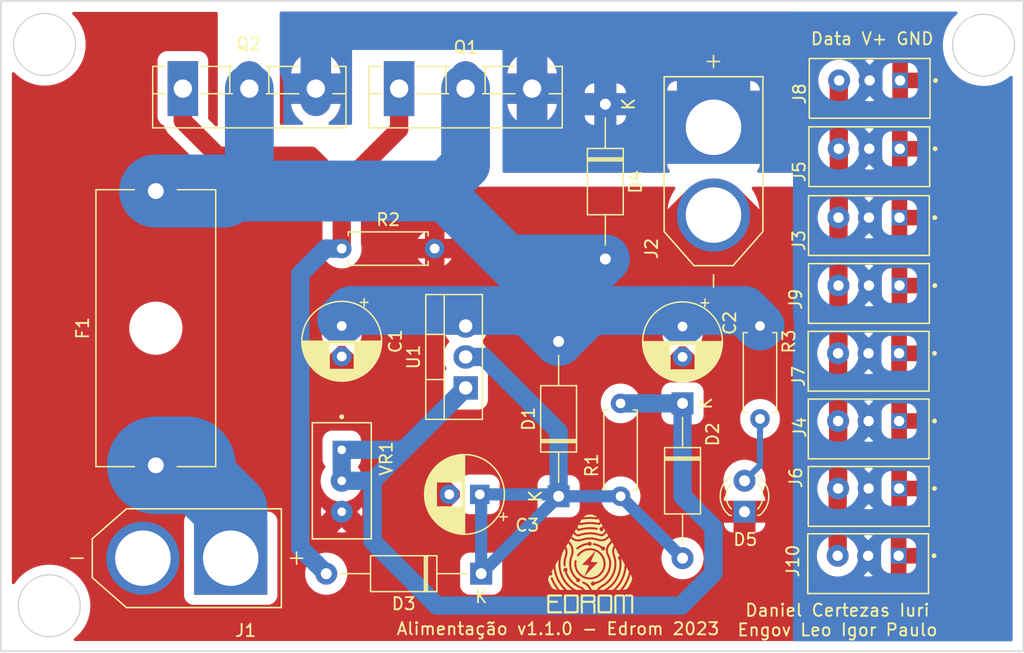
<source format=kicad_pcb>
(kicad_pcb (version 20211014) (generator pcbnew)
  (layers (0 "F.Cu" signal) (31 "B.Cu" signal) (35 "F.Paste" user) (37 "F.SilkS" user "F.Silkscreen") (39 "F.Mask" user) (44 "Edge.Cuts" user))
  (net 0 "")
  (net 1 "Net-(C3-Pad1)")
  (net 2 "/VDC")
  (net 3 "GND")
  (net 4 "VOUT")
  (net 5 "Net-(D5-Pad2)")
  (net 6 "/Vin")
  (net 7 "DATA")
  (net 8 "/Tbase")
  (net 9 "/ADJ")
  (footprint "Fuse:Fuseholder_Cylinder-5x20mm_Schurter_0031_8201_Horizontal_Open" (layer "F.Cu") (at 109.22 57.15 90)
    (fp_text reference "F1" (at 11.25 -6 90) (layer "F.SilkS"))
    (fp_text value "Fuse")
    (pad "" np_thru_hole circle (at 11.25 0 90) (size 2.7 2.7) (drill 2.7) (layers *.Cu *.Mask))
    (pad "1" thru_hole circle (at 0 0 90) (size 3 3) (drill 1.3) (layers *.Cu *.Mask) (net 6 "/Vin"))
    (pad "2" thru_hole circle (at 22.5 0 90) (size 3 3) (drill 1.3) (layers *.Cu *.Mask) (net 2 "/VDC"))
  )
  (footprint "Capacitor_THT:CP_Radial_D6.3mm_P2.50mm" (layer "F.Cu") (at 135.777361 59.536027 180)
    (fp_text reference "C3" (at -3.892318 -2.531048) (layer "F.SilkS"))
    (fp_text value "0,1uF")
    (pad "1" thru_hole rect (at 0 0 180) (size 1.6 1.6) (drill 0.8) (layers *.Cu *.Mask) (net 1 "Net-(C3-Pad1)"))
    (pad "2" thru_hole circle (at 2.5 0 180) (size 1.6 1.6) (drill 0.8) (layers *.Cu *.Mask) (net 3 "GND"))
  )
  (footprint "Resistor_THT:R_Axial_DIN0207_L6.3mm_D2.5mm_P7.62mm_Horizontal" (layer "F.Cu") (at 158.75 45.72 -90)
    (fp_text reference "R3" (at 1.27 -2.37 90) (layer "F.SilkS"))
    (fp_text value "2200")
    (pad "1" thru_hole circle (at 0 0 270) (size 1.6 1.6) (drill 0.8) (layers *.Cu *.Mask) (net 2 "/VDC"))
    (pad "2" thru_hole oval (at 7.62 0 270) (size 1.6 1.6) (drill 0.8) (layers *.Cu *.Mask) (net 5 "Net-(D5-Pad2)"))
  )
  (footprint "LED_THT:LED_D3.0mm" (layer "F.Cu") (at 157.48 60.96 90)
    (fp_text reference "D5" (at -2.282196 0.063922) (layer "F.SilkS"))
    (fp_text value "LED")
    (pad "1" thru_hole rect (at 0 0 90) (size 1.8 1.8) (drill 0.9) (layers *.Cu *.Mask) (net 3 "GND"))
    (pad "2" thru_hole circle (at 2.54 0 90) (size 1.8 1.8) (drill 0.9) (layers *.Cu *.Mask) (net 5 "Net-(D5-Pad2)"))
  )
  (footprint "Capacitor_THT:CP_Radial_D6.3mm_P2.50mm" (layer "F.Cu") (at 124.46 45.72 -90)
    (fp_text reference "C1" (at 1.25 -4.4 90) (layer "F.SilkS"))
    (fp_text value "4700uF")
    (pad "1" thru_hole rect (at 0 0 270) (size 1.6 1.6) (drill 0.8) (layers *.Cu *.Mask) (net 2 "/VDC"))
    (pad "2" thru_hole circle (at 2.5 0 270) (size 1.6 1.6) (drill 0.8) (layers *.Cu *.Mask) (net 3 "GND"))
  )
  (footprint "TTL-3PIN:TTL_3pin" (layer "F.Cu") (at 170.18 36.83 180)
    (fp_text reference "J3" (at 8.242871 -1.883243 90) (layer "F.SilkS") (effects (font (size 1.001331 1.001331))))
    (fp_text value "22-03-5035")
    (pad "1" thru_hole rect (at 0 0 180) (size 1.28 1.28) (drill 0.85) (layers *.Cu *.Mask) (net 3 "GND"))
    (pad "2" thru_hole circle (at 2.5 0 180) (size 1.8 1.8) (drill 0.85) (layers *.Cu *.Mask) (net 4 "VOUT"))
    (pad "3" thru_hole circle (at 5 0 180) (size 1.8 1.8) (drill 0.85) (layers *.Cu *.Mask) (net 7 "DATA"))
  )
  (footprint "Package_TO_SOT_THT:TO-3PB-3_Vertical" (layer "F.Cu") (at 129.165 26.245)
    (fp_text reference "Q1" (at 5.466397 -3.385148) (layer "F.SilkS"))
    (fp_text value "TIP35C")
    (pad "1" thru_hole rect (at 0 0) (size 2.5 4.5) (drill 1.5) (layers *.Cu *.Mask) (net 8 "/Tbase"))
    (pad "2" thru_hole oval (at 5.45 0) (size 2.5 4.5) (drill 1.5) (layers *.Cu *.Mask) (net 2 "/VDC"))
    (pad "3" thru_hole oval (at 10.9 0) (size 2.5 4.5) (drill 1.5) (layers *.Cu *.Mask) (net 4 "VOUT"))
  )
  (footprint "Diode_THT:D_A-405_P12.70mm_Horizontal" (layer "F.Cu") (at 152.4 52.07 -90)
    (fp_text reference "D2" (at 2.54 -2.47 90) (layer "F.SilkS"))
    (fp_text value "DIODE")
    (fp_text user "K" (at 0 -1.9 90) (layer "F.SilkS"))
    (pad "1" thru_hole rect (at 0 0 270) (size 1.8 1.8) (drill 0.9) (layers *.Cu *.Mask) (net 9 "/ADJ"))
    (pad "2" thru_hole oval (at 12.7 0 270) (size 1.8 1.8) (drill 0.9) (layers *.Cu *.Mask) (net 1 "Net-(C3-Pad1)"))
  )
  (footprint "TTL-3PIN:TTL_3pin" (layer "F.Cu") (at 170.155962 59.051842 180)
    (fp_text reference "J6" (at 8.469379 0.885755 90) (layer "F.SilkS") (effects (font (size 1.001331 1.001331))))
    (fp_text value "22-03-5035")
    (pad "1" thru_hole rect (at 0 0 180) (size 1.28 1.28) (drill 0.85) (layers *.Cu *.Mask) (net 3 "GND"))
    (pad "2" thru_hole circle (at 2.5 0 180) (size 1.8 1.8) (drill 0.85) (layers *.Cu *.Mask) (net 4 "VOUT"))
    (pad "3" thru_hole circle (at 5 0 180) (size 1.8 1.8) (drill 0.85) (layers *.Cu *.Mask) (net 7 "DATA"))
  )
  (footprint "TTL-3PIN:TTL_3pin" (layer "F.Cu") (at 170.237184 25.574833 180)
    (fp_text reference "J8" (at 8.242871 -1.095167 90) (layer "F.SilkS") (effects (font (size 1.001331 1.001331))))
    (fp_text value "22-03-5035")
    (pad "1" thru_hole rect (at 0 0 180) (size 1.28 1.28) (drill 0.85) (layers *.Cu *.Mask) (net 3 "GND"))
    (pad "2" thru_hole circle (at 2.5 0 180) (size 1.8 1.8) (drill 0.85) (layers *.Cu *.Mask) (net 4 "VOUT"))
    (pad "3" thru_hole circle (at 5 0 180) (size 1.8 1.8) (drill 0.85) (layers *.Cu *.Mask) (net 7 "DATA"))
  )
  (footprint "Capacitor_THT:CP_Radial_D6.3mm_P2.50mm" (layer "F.Cu") (at 152.4 45.76 -90)
    (fp_text reference "C2" (at -0.286241 -3.866966 90) (layer "F.SilkS"))
    (fp_text value "0,1uF")
    (pad "1" thru_hole rect (at 0 0 270) (size 1.6 1.6) (drill 0.8) (layers *.Cu *.Mask) (net 2 "/VDC"))
    (pad "2" thru_hole circle (at 2.5 0 270) (size 1.6 1.6) (drill 0.8) (layers *.Cu *.Mask) (net 3 "GND"))
  )
  (footprint "LOGO" (layer "F.Cu") (at 144.839136 65.472218)
    (fp_text reference "G***" hide)
    (fp_text value "LOGO" hide)
  )
  (footprint "XT-60:TRIM_3296W-1-250" (layer "F.Cu") (at 124.46 58.42 -90)
    (fp_text reference "VR1" (at -1.83284 -3.65058 90) (layer "F.SilkS") (effects (font (size 1.004283 1.004283))))
    (fp_text value "3296W-1-250")
    (pad "1" thru_hole rect locked (at -2.54 0 270) (size 1.5 1.5) (drill 0.71) (layers *.Cu *.Mask) (net 9 "/ADJ"))
    (pad "2" thru_hole circle locked (at 0 0 270) (size 1.8 1.8) (drill 0.71) (layers *.Cu *.Mask) (net 9 "/ADJ"))
    (pad "3" thru_hole circle locked (at 2.54 0 270) (size 1.8 1.8) (drill 0.71) (layers *.Cu *.Mask) (net 3 "GND"))
  )
  (footprint "Resistor_THT:R_Axial_DIN0207_L6.3mm_D2.5mm_P7.62mm_Horizontal" (layer "F.Cu") (at 147.32 59.69 90)
    (fp_text reference "R1" (at 2.54 -2.37 90) (layer "F.SilkS"))
    (fp_text value "220")
    (pad "1" thru_hole circle (at 0 0 90) (size 1.6 1.6) (drill 0.8) (layers *.Cu *.Mask) (net 1 "Net-(C3-Pad1)"))
    (pad "2" thru_hole oval (at 7.62 0 90) (size 1.6 1.6) (drill 0.8) (layers *.Cu *.Mask) (net 9 "/ADJ"))
  )
  (footprint "TTL-3PIN:TTL_3pin" (layer "F.Cu") (at 170.115617 64.570729 180)
    (fp_text reference "J10" (at 8.673007 -0.431799 90) (layer "F.SilkS") (effects (font (size 1.001331 1.001331))))
    (fp_text value "22-03-5035")
    (pad "1" thru_hole rect (at 0 0 180) (size 1.28 1.28) (drill 0.85) (layers *.Cu *.Mask) (net 3 "GND"))
    (pad "2" thru_hole circle (at 2.5 0 180) (size 1.8 1.8) (drill 0.85) (layers *.Cu *.Mask) (net 4 "VOUT"))
    (pad "3" thru_hole circle (at 5 0 180) (size 1.8 1.8) (drill 0.85) (layers *.Cu *.Mask) (net 7 "DATA"))
  )
  (footprint "Package_TO_SOT_THT:TO-3PB-3_Vertical" (layer "F.Cu") (at 111.435 26.245)
    (fp_text reference "Q2" (at 5.374044 -3.650367) (layer "F.SilkS"))
    (fp_text value "TIP35C")
    (pad "1" thru_hole rect (at 0 0) (size 2.5 4.5) (drill 1.5) (layers *.Cu *.Mask) (net 8 "/Tbase"))
    (pad "2" thru_hole oval (at 5.45 0) (size 2.5 4.5) (drill 1.5) (layers *.Cu *.Mask) (net 2 "/VDC"))
    (pad "3" thru_hole oval (at 10.9 0) (size 2.5 4.5) (drill 1.5) (layers *.Cu *.Mask) (net 4 "VOUT"))
  )
  (footprint "XT-60:AMASS_XT60-M" (layer "F.Cu") (at 111.76 64.77 180)
    (fp_text reference "J1" (at -4.825 -5.935) (layer "F.SilkS"))
    (fp_text value "XT60-M")
    (pad "N" thru_hole circle locked (at 3.6 0 180) (size 6 6) (drill 4.55) (layers *.Cu *.Mask) (net 3 "GND"))
    (pad "P" thru_hole rect locked (at -3.6 0 180) (size 6 6) (drill 4.55) (layers *.Cu *.Mask) (net 6 "/Vin"))
  )
  (footprint "TTL-3PIN:TTL_3pin" (layer "F.Cu") (at 170.15074 47.961093 180)
    (fp_text reference "J7" (at 8.242871 -1.883243 90) (layer "F.SilkS") (effects (font (size 1.001331 1.001331))))
    (fp_text value "22-03-5035")
    (pad "1" thru_hole rect (at 0 0 180) (size 1.28 1.28) (drill 0.85) (layers *.Cu *.Mask) (net 3 "GND"))
    (pad "2" thru_hole circle (at 2.5 0 180) (size 1.8 1.8) (drill 0.85) (layers *.Cu *.Mask) (net 4 "VOUT"))
    (pad "3" thru_hole circle (at 5 0 180) (size 1.8 1.8) (drill 0.85) (layers *.Cu *.Mask) (net 7 "DATA"))
  )
  (footprint "Diode_THT:D_A-405_P12.70mm_Horizontal" (layer "F.Cu") (at 142.24 59.69 90)
    (fp_text reference "D1" (at 6.35 -2.47 90) (layer "F.SilkS"))
    (fp_text value "DIODE")
    (fp_text user "K" (at 0 -1.9 90) (layer "F.SilkS"))
    (pad "1" thru_hole rect (at 0 0 90) (size 1.8 1.8) (drill 0.9) (layers *.Cu *.Mask) (net 1 "Net-(C3-Pad1)"))
    (pad "2" thru_hole oval (at 12.7 0 90) (size 1.8 1.8) (drill 0.9) (layers *.Cu *.Mask) (net 2 "/VDC"))
  )
  (footprint "Package_TO_SOT_THT:TO-220-3_Vertical" (layer "F.Cu") (at 134.62 50.8 90)
    (fp_text reference "U1" (at 2.54 -4.27 90) (layer "F.SilkS"))
    (fp_text value "LM317L_TO92")
    (pad "1" thru_hole rect (at 0 0 90) (size 1.905 2) (drill 1.1) (layers *.Cu *.Mask) (net 9 "/ADJ"))
    (pad "2" thru_hole oval (at 2.54 0 90) (size 1.905 2) (drill 1.1) (layers *.Cu *.Mask) (net 1 "Net-(C3-Pad1)"))
    (pad "3" thru_hole oval (at 5.08 0 90) (size 1.905 2) (drill 1.1) (layers *.Cu *.Mask) (net 2 "/VDC"))
  )
  (footprint "Diode_THT:D_A-405_P12.70mm_Horizontal" (layer "F.Cu") (at 135.89 66.04 180)
    (fp_text reference "D3" (at 6.35 -2.47) (layer "F.SilkS"))
    (fp_text value "DIODE")
    (fp_text user "K" (at 0 -1.9) (layer "F.SilkS"))
    (pad "1" thru_hole rect (at 0 0 180) (size 1.8 1.8) (drill 0.9) (layers *.Cu *.Mask) (net 1 "Net-(C3-Pad1)"))
    (pad "2" thru_hole oval (at 12.7 0 180) (size 1.8 1.8) (drill 0.9) (layers *.Cu *.Mask) (net 8 "/Tbase"))
  )
  (footprint "TTL-3PIN:TTL_3pin" (layer "F.Cu") (at 170.208592 31.18078 180)
    (fp_text reference "J5" (at 8.242871 -1.883243 90) (layer "F.SilkS") (effects (font (size 1.001331 1.001331))))
    (fp_text value "22-03-5035")
    (pad "1" thru_hole rect (at 0 0 180) (size 1.28 1.28) (drill 0.85) (layers *.Cu *.Mask) (net 3 "GND"))
    (pad "2" thru_hole circle (at 2.5 0 180) (size 1.8 1.8) (drill 0.85) (layers *.Cu *.Mask) (net 4 "VOUT"))
    (pad "3" thru_hole circle (at 5 0 180) (size 1.8 1.8) (drill 0.85) (layers *.Cu *.Mask) (net 7 "DATA"))
  )
  (footprint "TTL-3PIN:TTL_3pin" (layer "F.Cu") (at 170.155962 53.516993 180)
    (fp_text reference "J4" (at 8.141188 -0.518359 90) (layer "F.SilkS") (effects (font (size 1.001331 1.001331))))
    (fp_text value "22-03-5035")
    (pad "1" thru_hole rect (at 0 0 180) (size 1.28 1.28) (drill 0.85) (layers *.Cu *.Mask) (net 3 "GND"))
    (pad "2" thru_hole circle (at 2.5 0 180) (size 1.8 1.8) (drill 0.85) (layers *.Cu *.Mask) (net 4 "VOUT"))
    (pad "3" thru_hole circle (at 5 0 180) (size 1.8 1.8) (drill 0.85) (layers *.Cu *.Mask) (net 7 "DATA"))
  )
  (footprint "Resistor_THT:R_Axial_DIN0207_L6.3mm_D2.5mm_P7.62mm_Horizontal" (layer "F.Cu") (at 124.46 39.37)
    (fp_text reference "R2" (at 3.81 -2.37) (layer "F.SilkS"))
    (fp_text value "10K")
    (pad "1" thru_hole circle (at 0 0) (size 1.6 1.6) (drill 0.8) (layers *.Cu *.Mask) (net 8 "/Tbase"))
    (pad "2" thru_hole oval (at 7.62 0) (size 1.6 1.6) (drill 0.8) (layers *.Cu *.Mask) (net 3 "GND"))
  )
  (footprint "Diode_THT:D_A-405_P12.70mm_Horizontal" (layer "F.Cu") (at 146.069631 27.523558 -90)
    (fp_text reference "D4" (at 6.35 -2.47 90) (layer "F.SilkS"))
    (fp_text value "DIODE")
    (fp_text user "K" (at 0 -1.9 90) (layer "F.SilkS"))
    (pad "1" thru_hole rect (at 0 0 270) (size 1.8 1.8) (drill 0.9) (layers *.Cu *.Mask) (net 4 "VOUT"))
    (pad "2" thru_hole oval (at 12.7 0 270) (size 1.8 1.8) (drill 0.9) (layers *.Cu *.Mask) (net 2 "/VDC"))
  )
  (footprint "XT-60:AMASS_XT60-M" (layer "F.Cu") (at 154.94 33.02 -90)
    (fp_text reference "J2" (at 6.35 5.08 -90) (layer "F.SilkS"))
    (fp_text value "XT60-M")
    (pad "N" thru_hole circle locked (at 3.6 0 270) (size 6 6) (drill 4.55) (layers *.Cu *.Mask) (net 3 "GND"))
    (pad "P" thru_hole rect locked (at -3.6 0 270) (size 6 6) (drill 4.55) (layers *.Cu *.Mask) (net 4 "VOUT"))
  )
  (footprint "TTL-3PIN:TTL_3pin" (layer "F.Cu") (at 170.179999 42.401862 180)
    (fp_text reference "J9" (at 8.507249 -1.121801 90) (layer "F.SilkS") (effects (font (size 1.001331 1.001331))))
    (fp_text value "22-03-5035")
    (pad "1" thru_hole rect (at 0 0 180) (size 1.28 1.28) (drill 0.85) (layers *.Cu *.Mask) (net 3 "GND"))
    (pad "2" thru_hole circle (at 2.5 0 180) (size 1.8 1.8) (drill 0.85) (layers *.Cu *.Mask) (net 4 "VOUT"))
    (pad "3" thru_hole circle (at 5 0 180) (size 1.8 1.8) (drill 0.85) (layers *.Cu *.Mask) (net 7 "DATA"))
  )
  (gr_circle (center 100.099266 22.629266) (end 102.639266 22.629266) (layer "Edge.Cuts") (width 0.1) (fill none))
  (gr_circle (center 100.482908 68.673423) (end 103.022908 68.673423) (layer "Edge.Cuts") (width 0.1) (fill none))
  (gr_rect (start 96.52 19.05) (end 180.34 72.39) (layer "Edge.Cuts") (width 0.1) (fill none))
  (gr_circle (center 177.08015 22.680994) (end 179.62015 22.680994) (layer "Edge.Cuts") (width 0.1) (fill none))
  (gr_text "Daniel Certezas Iuri\nEngov Leo Igor Paulo" (at 165.1 69.85) (layer "F.SilkS") (effects (font (size 1 1))))
  (gr_text "Alimentação v1.1.0 - Edrom 2023\n" (at 142.190763 70.56234) (layer "F.SilkS") (effects (font (size 1 1))))
  (gr_text "Data V+ GND" (at 167.946944 22.15566) (layer "F.SilkS") (effects (font (size 1 1))))
  (segment (start 135.89 59.648666) (end 135.777361 59.536027) (width 0.5) (layer "B.Cu") (net 1))
  (segment (start 135.777361 59.536027) (end 142.086027 59.536027) (width 1) (layer "B.Cu") (net 1))
  (segment (start 136.12 48.26) (end 134.62 48.26) (width 1.5) (layer "B.Cu") (net 1))
  (segment (start 142.24 59.69) (end 142.24 54.38) (width 1.5) (layer "B.Cu") (net 1))
  (segment (start 142.24 54.38) (end 136.12 48.26) (width 1.5) (layer "B.Cu") (net 1))
  (segment (start 142.24 59.69) (end 142.086027 59.536027) (width 0.5) (layer "B.Cu") (net 1))
  (segment (start 135.89 66.04) (end 142.24 59.69) (width 1) (layer "B.Cu") (net 1))
  (segment (start 147.32 59.69) (end 152.4 64.77) (width 1) (layer "B.Cu") (net 1))
  (segment (start 142.24 59.69) (end 147.32 59.69) (width 1) (layer "B.Cu") (net 1))
  (segment (start 135.89 66.04) (end 135.89 59.648666) (width 1) (layer "B.Cu") (net 1))
  (segment (start 134.615 26.245) (end 134.615 32.495) (width 4) (layer "B.Cu") (net 2))
  (segment (start 152.4 44.45) (end 152.4 45.260489) (width 4) (layer "B.Cu") (net 2))
  (segment (start 114.73 34.65) (end 109.22 34.65) (width 6) (layer "B.Cu") (net 2))
  (segment (start 142.24 46.99) (end 139.7 44.45) (width 4) (layer "B.Cu") (net 2))
  (segment (start 142.24 46.99) (end 142.24 44.43) (width 4) (layer "B.Cu") (net 2))
  (segment (start 158.75 45.72) (end 157.48 44.45) (width 4) (layer "B.Cu") (net 2))
  (segment (start 142.24 44.053189) (end 146.069631 40.223558) (width 4) (layer "B.Cu") (net 2))
  (segment (start 134.615 32.495) (end 132.46 34.65) (width 4) (layer "B.Cu") (net 2))
  (segment (start 125.230489 44.45) (end 124.46 45.220489) (width 4) (layer "B.Cu") (net 2))
  (segment (start 142.24 44.43) (end 132.46 34.65) (width 4) (layer "B.Cu") (net 2))
  (segment (start 144.78 44.45) (end 152.4 44.45) (width 4) (layer "B.Cu") (net 2))
  (segment (start 142.24 46.99) (end 142.24 44.053189) (width 4) (layer "B.Cu") (net 2))
  (segment (start 116.885 26.245) (end 116.885 32.495) (width 4) (layer "B.Cu") (net 2))
  (segment (start 138.033558 40.223558) (end 132.46 34.65) (width 4) (layer "B.Cu") (net 2))
  (segment (start 132.46 34.65) (end 114.73 34.65) (width 5) (layer "B.Cu") (net 2))
  (segment (start 157.48 44.45) (end 152.4 44.45) (width 4) (layer "B.Cu") (net 2))
  (segment (start 139.7 44.45) (end 125.230489 44.45) (width 4) (layer "B.Cu") (net 2))
  (segment (start 146.069631 40.223558) (end 138.033558 40.223558) (width 4) (layer "B.Cu") (net 2))
  (segment (start 116.885 32.495) (end 114.73 34.65) (width 4) (layer "B.Cu") (net 2))
  (segment (start 142.24 46.99) (end 144.78 44.45) (width 4) (layer "B.Cu") (net 2))
  (segment (start 157.48 58.42) (end 158.75 57.15) (width 0.5) (layer "B.Cu") (net 5))
  (segment (start 158.75 57.15) (end 158.75 53.34) (width 0.5) (layer "B.Cu") (net 5))
  (segment (start 115.36 60.75) (end 111.76 57.15) (width 6) (layer "B.Cu") (net 6))
  (segment (start 111.76 57.15) (end 109.22 57.15) (width 8) (layer "B.Cu") (net 6))
  (segment (start 115.36 64.77) (end 115.36 60.75) (width 6) (layer "B.Cu") (net 6))
  (segment (start 165.274378 58.933426) (end 165.115617 59.092187) (width 1.5) (layer "F.Cu") (net 7))
  (segment (start 165.155962 59.051842) (end 165.155962 53.516993) (width 1.5) (layer "F.Cu") (net 7))
  (segment (start 165.155962 53.516993) (end 165.155962 47.966315) (width 1.5) (layer "F.Cu") (net 7))
  (segment (start 165.208592 36.801408) (end 165.18 36.83) (width 1.5) (layer "F.Cu") (net 7))
  (segment (start 165.237184 25.574833) (end 165.274378 25.612027) (width 1.5) (layer "F.Cu") (net 7))
  (segment (start 165.179999 42.401862) (end 165.179999 47.931834) (width 1.5) (layer "F.Cu") (net 7))
  (segment (start 165.208592 25.603425) (end 165.237184 25.574833) (width 1.5) (layer "F.Cu") (net 7))
  (segment (start 165.208592 31.18078) (end 165.208592 36.801408) (width 1.5) (layer "F.Cu") (net 7))
  (segment (start 165.208592 31.18078) (end 165.208592 25.603425) (width 1.5) (layer "F.Cu") (net 7))
  (segment (start 165.155962 47.966315) (end 165.15074 47.961093) (width 1.5) (layer "F.Cu") (net 7))
  (segment (start 165.115617 64.570729) (end 165.115617 59.092187) (width 1.5) (layer "F.Cu") (net 7))
  (segment (start 165.18 36.83) (end 165.179999 42.401862) (width 1.5) (layer "F.Cu") (net 7))
  (segment (start 165.115617 59.092187) (end 165.155962 59.051842) (width 1.5) (layer "F.Cu") (net 7))
  (segment (start 165.179999 47.931834) (end 165.15074 47.961093) (width 1.5) (layer "F.Cu") (net 7))
  (segment (start 114.3 31.75) (end 121.92 31.75) (width 1.5) (layer "F.Cu") (net 8))
  (segment (start 129.165 26.245) (end 129.165 29.585) (width 1.5) (layer "F.Cu") (net 8))
  (segment (start 129.165 29.585) (end 124.46 34.29) (width 1.5) (layer "F.Cu") (net 8))
  (segment (start 111.435 28.885) (end 114.3 31.75) (width 1.5) (layer "F.Cu") (net 8))
  (segment (start 124.46 34.29) (end 124.46 39.37) (width 1.5) (layer "F.Cu") (net 8))
  (segment (start 121.92 31.75) (end 124.46 34.29) (width 1.5) (layer "F.Cu") (net 8))
  (segment (start 111.435 26.245) (end 111.435 28.885) (width 1.5) (layer "F.Cu") (net 8))
  (segment (start 121.062691 63.912691) (end 123.19 66.04) (width 1.5) (layer "B.Cu") (net 8))
  (segment (start 123.14 39.37) (end 124.46 39.37) (width 1.5) (layer "B.Cu") (net 8))
  (segment (start 121.062691 41.447309) (end 123.14 39.37) (width 1.5) (layer "B.Cu") (net 8))
  (segment (start 121.062691 41.447309) (end 121.062691 63.912691) (width 1.5) (layer "B.Cu") (net 8))
  (segment (start 124.46 58.42) (end 124.46 55.88) (width 1.5) (layer "B.Cu") (net 9))
  (segment (start 129.54 55.88) (end 134.62 50.8) (width 1.5) (layer "B.Cu") (net 9))
  (segment (start 124.46 55.88) (end 129.54 55.88) (width 1.5) (layer "B.Cu") (net 9))
  (segment (start 154.94 65.999275) (end 152.280957 68.658318) (width 1.5) (layer "B.Cu") (net 9))
  (segment (start 127 63.400905) (end 127 58.42) (width 1.5) (layer "B.Cu") (net 9))
  (segment (start 127 58.42) (end 134.62 50.8) (width 1.5) (layer "B.Cu") (net 9))
  (segment (start 147.32 52.07) (end 152.4 52.07) (width 1.5) (layer "B.Cu") (net 9))
  (segment (start 152.4 52.07) (end 152.4 59.69) (width 1.5) (layer "B.Cu") (net 9))
  (segment (start 154.94 62.23) (end 154.94 65.999275) (width 1.5) (layer "B.Cu") (net 9))
  (segment (start 152.280957 68.658318) (end 132.257413 68.658318) (width 1.5) (layer "B.Cu") (net 9))
  (segment (start 152.4 59.69) (end 154.94 62.23) (width 1.5) (layer "B.Cu") (net 9))
  (segment (start 132.257413 68.658318) (end 127 63.400905) (width 1.5) (layer "B.Cu") (net 9))
  (segment (start 124.46 58.42) (end 127 58.42) (width 1.5) (layer "B.Cu") (net 9))
  (zone (net 4) (net_name "VOUT") (layers F&B.Cu) (connect_pads (clearance 0.8)) (min_thickness 0.254) (fill yes (thermal_gap 0.8) (thermal_bridge_width 8))
    (polygon (pts (xy 161.498246 33.146377) (xy 137.638758 33.146376) (xy 137.638758 23.074148) (xy 125.304289 23.074148) (xy 125.304289 29.21) (xy 119.38 29.21) (xy 119.38 19.05) (xy 161.498246 19.050001)))
  )
  (zone (net 3) (net_name "GND") (layer "F.Cu") (connect_pads (clearance 0.825)) (min_thickness 0.254) (fill yes (thermal_gap 0.8) (thermal_bridge_width 8))
    (polygon (pts (xy 114.3 34.29) (xy 162.56 34.29) (xy 162.56 19.05) (xy 180.34 19.05) (xy 180.34 72.39) (xy 96.52 72.39) (xy 96.52 19.05) (xy 114.3 19.05)))
  )
  (zone (net 4) (net_name "VOUT") (layer "B.Cu") (connect_pads (clearance 0.8)) (min_thickness 0.254) (fill yes (thermal_gap 0.8) (thermal_bridge_width 8))
    (polygon (pts (xy 180.34 72.39) (xy 161.452527 72.390001) (xy 161.452527 19.050001) (xy 180.34 19.05)))
  )
)
</source>
